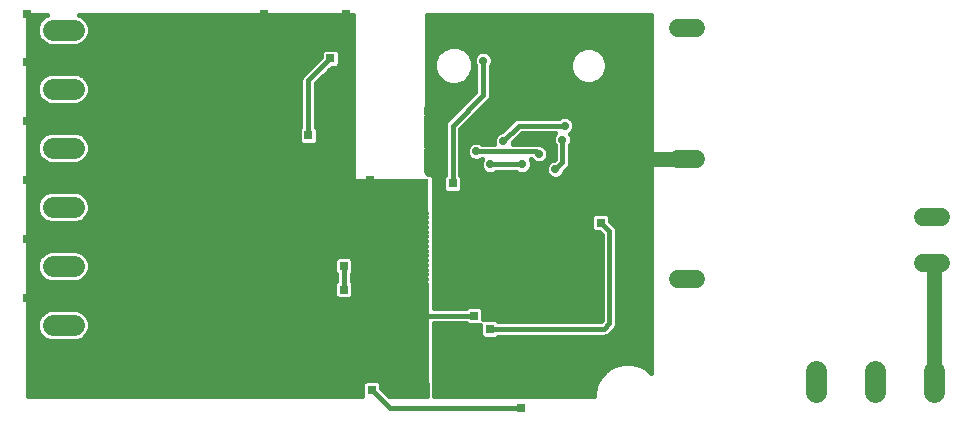
<source format=gbl>
G75*
%MOIN*%
%OFA0B0*%
%FSLAX24Y24*%
%IPPOS*%
%LPD*%
%AMOC8*
5,1,8,0,0,1.08239X$1,22.5*
%
%ADD10C,0.0594*%
%ADD11C,0.0705*%
%ADD12C,0.0160*%
%ADD13C,0.0280*%
%ADD14R,0.0280X0.0280*%
%ADD15C,0.0500*%
%ADD16R,0.0278X0.0278*%
D10*
X023264Y006167D02*
X023858Y006167D01*
X031438Y006675D02*
X032031Y006675D01*
X032031Y008210D02*
X031438Y008210D01*
X023858Y010167D02*
X023264Y010167D01*
X023264Y014510D02*
X023858Y014510D01*
D11*
X003123Y014458D02*
X002418Y014458D01*
X002418Y012490D02*
X003123Y012490D01*
X003123Y010521D02*
X002418Y010521D01*
X002418Y008553D02*
X003123Y008553D01*
X003123Y006584D02*
X002418Y006584D01*
X002418Y004616D02*
X003123Y004616D01*
X027876Y003083D02*
X027876Y002378D01*
X029845Y002378D02*
X029845Y003083D01*
X031813Y003083D02*
X031813Y002378D01*
D12*
X001585Y002254D02*
X001585Y014963D01*
X002243Y014963D01*
X002116Y014910D01*
X001966Y014760D01*
X001885Y014564D01*
X001885Y014352D01*
X001966Y014157D01*
X002116Y014007D01*
X002312Y013926D01*
X003228Y013926D01*
X003424Y014007D01*
X003574Y014157D01*
X003655Y014352D01*
X003655Y014564D01*
X003574Y014760D01*
X003424Y014910D01*
X003297Y014963D01*
X012443Y014963D01*
X012443Y009419D01*
X014845Y009419D01*
X014845Y008828D01*
X014879Y003095D01*
X014879Y002945D01*
X014880Y002944D01*
X014884Y002254D01*
X013642Y002254D01*
X013380Y002515D01*
X013380Y002680D01*
X013275Y002785D01*
X012848Y002785D01*
X012742Y002680D01*
X012742Y002254D01*
X001585Y002254D01*
X001585Y002341D02*
X012742Y002341D01*
X012742Y002499D02*
X001585Y002499D01*
X001585Y002658D02*
X012742Y002658D01*
X013061Y002466D02*
X013668Y001860D01*
X018034Y001860D01*
X020467Y002254D02*
X015144Y002254D01*
X015144Y002254D01*
X015144Y002305D01*
X015144Y002306D01*
X015130Y004671D01*
X016184Y004671D01*
X016244Y004611D01*
X016674Y004611D01*
X016678Y004616D01*
X016678Y004273D01*
X016784Y004168D01*
X017213Y004168D01*
X017273Y004228D01*
X020845Y004228D01*
X020941Y004268D01*
X021198Y004525D01*
X021237Y004620D01*
X021237Y007794D01*
X021198Y007890D01*
X021010Y008078D01*
X021010Y008245D01*
X020904Y008350D01*
X020475Y008350D01*
X020370Y008245D01*
X020370Y007815D01*
X020475Y007710D01*
X020642Y007710D01*
X020717Y007635D01*
X020717Y004780D01*
X020686Y004748D01*
X017273Y004748D01*
X017213Y004808D01*
X016784Y004808D01*
X016779Y004803D01*
X016779Y005145D01*
X016674Y005251D01*
X016244Y005251D01*
X016184Y005191D01*
X015127Y005191D01*
X015125Y005384D01*
X015125Y009555D01*
X015020Y009660D01*
X014942Y009660D01*
X014897Y009679D01*
X014884Y009679D01*
X014884Y014963D01*
X022364Y014963D01*
X022364Y003036D01*
X022259Y003142D01*
X022005Y003288D01*
X021723Y003364D01*
X021431Y003364D01*
X021149Y003288D01*
X020896Y003142D01*
X020689Y002935D01*
X020543Y002682D01*
X020467Y002400D01*
X020467Y002254D01*
X020467Y002341D02*
X015144Y002341D01*
X015143Y002499D02*
X020494Y002499D01*
X020536Y002658D02*
X015142Y002658D01*
X015141Y002816D02*
X020620Y002816D01*
X020728Y002975D02*
X015140Y002975D01*
X015139Y003133D02*
X020887Y003133D01*
X021162Y003292D02*
X015138Y003292D01*
X015137Y003450D02*
X022364Y003450D01*
X022364Y003292D02*
X021992Y003292D01*
X022267Y003133D02*
X022364Y003133D01*
X022364Y003609D02*
X015136Y003609D01*
X015135Y003767D02*
X022364Y003767D01*
X022364Y003926D02*
X015134Y003926D01*
X015133Y004084D02*
X022364Y004084D01*
X022364Y004243D02*
X020880Y004243D01*
X021074Y004401D02*
X022364Y004401D01*
X022364Y004560D02*
X021212Y004560D01*
X021237Y004718D02*
X022364Y004718D01*
X022364Y004877D02*
X021237Y004877D01*
X021237Y005035D02*
X022364Y005035D01*
X022364Y005194D02*
X021237Y005194D01*
X021237Y005352D02*
X022364Y005352D01*
X022364Y005511D02*
X021237Y005511D01*
X021237Y005669D02*
X022364Y005669D01*
X022364Y005828D02*
X021237Y005828D01*
X021237Y005986D02*
X022364Y005986D01*
X022364Y006145D02*
X021237Y006145D01*
X021237Y006303D02*
X022364Y006303D01*
X022364Y006462D02*
X021237Y006462D01*
X021237Y006620D02*
X022364Y006620D01*
X022364Y006779D02*
X021237Y006779D01*
X021237Y006937D02*
X022364Y006937D01*
X022364Y007096D02*
X021237Y007096D01*
X021237Y007254D02*
X022364Y007254D01*
X022364Y007413D02*
X021237Y007413D01*
X021237Y007571D02*
X022364Y007571D01*
X022364Y007730D02*
X021237Y007730D01*
X021199Y007888D02*
X022364Y007888D01*
X022364Y008047D02*
X021041Y008047D01*
X021010Y008205D02*
X022364Y008205D01*
X022364Y008364D02*
X015125Y008364D01*
X015125Y008522D02*
X022364Y008522D01*
X022364Y008681D02*
X015125Y008681D01*
X015125Y008839D02*
X022364Y008839D01*
X022364Y008998D02*
X015125Y008998D01*
X015125Y009156D02*
X015430Y009156D01*
X015430Y009126D02*
X015536Y009020D01*
X015965Y009020D01*
X016070Y009126D01*
X016070Y009555D01*
X016010Y009615D01*
X016010Y011162D01*
X016994Y012146D01*
X017034Y012241D01*
X017034Y013242D01*
X017045Y013253D01*
X017094Y013371D01*
X017094Y013498D01*
X017045Y013616D01*
X016955Y013706D01*
X016838Y013755D01*
X016710Y013755D01*
X016593Y013706D01*
X016503Y013616D01*
X016454Y013498D01*
X016454Y013371D01*
X016503Y013253D01*
X016514Y013242D01*
X016514Y012401D01*
X015603Y011490D01*
X015530Y011417D01*
X015490Y011321D01*
X015490Y009615D01*
X015430Y009555D01*
X015430Y009126D01*
X015430Y009315D02*
X015125Y009315D01*
X015125Y009473D02*
X015430Y009473D01*
X015490Y009632D02*
X015049Y009632D01*
X014884Y009790D02*
X015490Y009790D01*
X015490Y009949D02*
X014884Y009949D01*
X014884Y010107D02*
X015490Y010107D01*
X015490Y010266D02*
X014884Y010266D01*
X014884Y010424D02*
X015490Y010424D01*
X015490Y010583D02*
X014884Y010583D01*
X014884Y010741D02*
X015490Y010741D01*
X015490Y010900D02*
X014884Y010900D01*
X014884Y011058D02*
X015490Y011058D01*
X015490Y011217D02*
X014884Y011217D01*
X014884Y011375D02*
X015513Y011375D01*
X015647Y011534D02*
X014884Y011534D01*
X014884Y011692D02*
X015805Y011692D01*
X015964Y011851D02*
X014884Y011851D01*
X014884Y012009D02*
X016122Y012009D01*
X016281Y012168D02*
X014884Y012168D01*
X014884Y012326D02*
X016439Y012326D01*
X016514Y012485D02*
X014884Y012485D01*
X014884Y012643D02*
X015604Y012643D01*
X015659Y012620D02*
X015417Y012720D01*
X015233Y012905D01*
X015133Y013147D01*
X015133Y013408D01*
X015233Y013649D01*
X015417Y013834D01*
X015659Y013934D01*
X015920Y013934D01*
X016162Y013834D01*
X016347Y013649D01*
X016447Y013408D01*
X016447Y013147D01*
X016347Y012905D01*
X016162Y012720D01*
X015920Y012620D01*
X015659Y012620D01*
X015976Y012643D02*
X016514Y012643D01*
X016514Y012802D02*
X016243Y012802D01*
X016370Y012960D02*
X016514Y012960D01*
X016514Y013119D02*
X016435Y013119D01*
X016447Y013277D02*
X016493Y013277D01*
X016454Y013436D02*
X016435Y013436D01*
X016494Y013594D02*
X016370Y013594D01*
X016244Y013753D02*
X016705Y013753D01*
X016843Y013753D02*
X019879Y013753D01*
X019928Y013801D02*
X019754Y013627D01*
X019660Y013400D01*
X019660Y013154D01*
X019754Y012927D01*
X019928Y012754D01*
X020155Y012659D01*
X020401Y012659D01*
X020628Y012754D01*
X020802Y012927D01*
X020896Y013154D01*
X020896Y013400D01*
X020802Y013627D01*
X020628Y013801D01*
X020401Y013895D01*
X020155Y013895D01*
X019928Y013801D01*
X019740Y013594D02*
X017054Y013594D01*
X017094Y013436D02*
X019675Y013436D01*
X019660Y013277D02*
X017055Y013277D01*
X017034Y013119D02*
X019675Y013119D01*
X019741Y012960D02*
X017034Y012960D01*
X017034Y012802D02*
X019880Y012802D01*
X020676Y012802D02*
X022364Y012802D01*
X022364Y012960D02*
X020815Y012960D01*
X020881Y013119D02*
X022364Y013119D01*
X022364Y013277D02*
X020896Y013277D01*
X020881Y013436D02*
X022364Y013436D01*
X022364Y013594D02*
X020815Y013594D01*
X020676Y013753D02*
X022364Y013753D01*
X022364Y013911D02*
X015977Y013911D01*
X015603Y013911D02*
X014884Y013911D01*
X014884Y013753D02*
X015336Y013753D01*
X015210Y013594D02*
X014884Y013594D01*
X014884Y013436D02*
X015144Y013436D01*
X015133Y013277D02*
X014884Y013277D01*
X014884Y013119D02*
X015144Y013119D01*
X015210Y012960D02*
X014884Y012960D01*
X014884Y012802D02*
X015336Y012802D01*
X016774Y012293D02*
X016774Y013435D01*
X017034Y012643D02*
X022364Y012643D01*
X022364Y012485D02*
X017034Y012485D01*
X017034Y012326D02*
X022364Y012326D01*
X022364Y012168D02*
X017003Y012168D01*
X016858Y012009D02*
X022364Y012009D01*
X022364Y011851D02*
X016699Y011851D01*
X016541Y011692D02*
X022364Y011692D01*
X022364Y011534D02*
X019679Y011534D01*
X019672Y011541D02*
X019554Y011589D01*
X019427Y011589D01*
X019309Y011541D01*
X019298Y011529D01*
X017903Y011529D01*
X017808Y011490D01*
X017396Y011078D01*
X017380Y011078D01*
X017262Y011029D01*
X017172Y010939D01*
X017123Y010821D01*
X017123Y010694D01*
X017136Y010663D01*
X016730Y010663D01*
X016719Y010675D01*
X016601Y010723D01*
X016474Y010723D01*
X016356Y010675D01*
X016266Y010584D01*
X016218Y010467D01*
X016218Y010340D01*
X016266Y010222D01*
X016356Y010132D01*
X016474Y010083D01*
X016601Y010083D01*
X016719Y010132D01*
X016730Y010143D01*
X016735Y010143D01*
X016690Y010034D01*
X016690Y009907D01*
X016739Y009789D01*
X016829Y009699D01*
X016947Y009650D01*
X017074Y009650D01*
X017191Y009699D01*
X017203Y009710D01*
X017881Y009710D01*
X017892Y009699D01*
X018009Y009650D01*
X018137Y009650D01*
X018254Y009699D01*
X018344Y009789D01*
X018393Y009907D01*
X018393Y010034D01*
X018348Y010143D01*
X018353Y010143D01*
X018443Y010053D01*
X018561Y010004D01*
X018688Y010004D01*
X018806Y010053D01*
X018896Y010143D01*
X018944Y010261D01*
X018944Y010388D01*
X018896Y010506D01*
X018806Y010596D01*
X018688Y010644D01*
X018643Y010644D01*
X018597Y010663D01*
X017751Y010663D01*
X017763Y010694D01*
X017763Y010710D01*
X018063Y011009D01*
X019172Y011009D01*
X019140Y010978D01*
X019092Y010861D01*
X019092Y010733D01*
X019140Y010616D01*
X019152Y010604D01*
X019152Y010157D01*
X019128Y010133D01*
X019112Y010133D01*
X018994Y010084D01*
X018904Y009994D01*
X018856Y009876D01*
X018856Y009749D01*
X018904Y009631D01*
X018994Y009541D01*
X019112Y009493D01*
X019239Y009493D01*
X019357Y009541D01*
X019447Y009631D01*
X019496Y009749D01*
X019496Y009765D01*
X019632Y009902D01*
X019672Y009997D01*
X019672Y010604D01*
X019683Y010616D01*
X019732Y010733D01*
X019732Y010861D01*
X019683Y010978D01*
X019666Y010996D01*
X019672Y010998D01*
X019762Y011088D01*
X019810Y011206D01*
X019810Y011333D01*
X019762Y011451D01*
X019672Y011541D01*
X019793Y011375D02*
X022364Y011375D01*
X022364Y011217D02*
X019810Y011217D01*
X019732Y011058D02*
X022364Y011058D01*
X022364Y010900D02*
X019716Y010900D01*
X019732Y010741D02*
X022364Y010741D01*
X022364Y010583D02*
X019672Y010583D01*
X019672Y010424D02*
X022364Y010424D01*
X022364Y010266D02*
X019672Y010266D01*
X019672Y010107D02*
X022364Y010107D01*
X022364Y009949D02*
X019652Y009949D01*
X019521Y009790D02*
X022364Y009790D01*
X022364Y009632D02*
X019447Y009632D01*
X019176Y009813D02*
X019412Y010049D01*
X019412Y010797D01*
X019108Y010900D02*
X017953Y010900D01*
X017794Y010741D02*
X019092Y010741D01*
X019152Y010583D02*
X018819Y010583D01*
X018929Y010424D02*
X019152Y010424D01*
X019152Y010266D02*
X018944Y010266D01*
X018859Y010107D02*
X019050Y010107D01*
X018885Y009949D02*
X018393Y009949D01*
X018389Y010107D02*
X018363Y010107D01*
X018353Y010143D02*
X018353Y010143D01*
X018546Y010403D02*
X018624Y010324D01*
X018546Y010403D02*
X016538Y010403D01*
X016248Y010266D02*
X016010Y010266D01*
X016010Y010424D02*
X016218Y010424D01*
X016266Y010583D02*
X016010Y010583D01*
X016010Y010741D02*
X017123Y010741D01*
X017156Y010900D02*
X016010Y010900D01*
X016010Y011058D02*
X017332Y011058D01*
X017535Y011217D02*
X016065Y011217D01*
X016224Y011375D02*
X017693Y011375D01*
X017955Y011269D02*
X019490Y011269D01*
X019302Y011534D02*
X016382Y011534D01*
X015750Y011269D02*
X015750Y009340D01*
X016070Y009315D02*
X022364Y009315D01*
X022364Y009473D02*
X016070Y009473D01*
X016010Y009632D02*
X018904Y009632D01*
X018856Y009790D02*
X018345Y009790D01*
X018073Y009970D02*
X017010Y009970D01*
X016720Y010107D02*
X016659Y010107D01*
X016690Y009949D02*
X016010Y009949D01*
X016010Y010107D02*
X016417Y010107D01*
X016738Y009790D02*
X016010Y009790D01*
X016070Y009156D02*
X022364Y009156D01*
X020370Y008205D02*
X015125Y008205D01*
X015125Y008047D02*
X020370Y008047D01*
X020370Y007888D02*
X015125Y007888D01*
X015125Y007730D02*
X020456Y007730D01*
X020717Y007571D02*
X015125Y007571D01*
X015125Y007413D02*
X020717Y007413D01*
X020717Y007254D02*
X015125Y007254D01*
X015125Y007096D02*
X020717Y007096D01*
X020717Y006937D02*
X015125Y006937D01*
X015125Y006779D02*
X020717Y006779D01*
X020717Y006620D02*
X015125Y006620D01*
X015125Y006462D02*
X020717Y006462D01*
X020717Y006303D02*
X015125Y006303D01*
X015125Y006145D02*
X020717Y006145D01*
X020717Y005986D02*
X015125Y005986D01*
X015125Y005828D02*
X020717Y005828D01*
X020717Y005669D02*
X015125Y005669D01*
X015125Y005511D02*
X020717Y005511D01*
X020717Y005352D02*
X015126Y005352D01*
X015127Y005194D02*
X016187Y005194D01*
X016459Y004931D02*
X014805Y004931D01*
X014868Y004877D02*
X003591Y004877D01*
X003574Y004917D02*
X003424Y005067D01*
X003228Y005148D01*
X002312Y005148D01*
X002116Y005067D01*
X001966Y004917D01*
X001885Y004722D01*
X001885Y004510D01*
X001966Y004314D01*
X002116Y004164D01*
X002312Y004083D01*
X003228Y004083D01*
X003424Y004164D01*
X003574Y004314D01*
X003655Y004510D01*
X003655Y004722D01*
X003574Y004917D01*
X003456Y005035D02*
X014868Y005035D01*
X014867Y005194D02*
X001585Y005194D01*
X001585Y005352D02*
X014866Y005352D01*
X014865Y005511D02*
X012375Y005511D01*
X012342Y005478D02*
X012447Y005583D01*
X012447Y006011D01*
X012388Y006070D01*
X012388Y006312D01*
X012447Y006371D01*
X012447Y006798D01*
X012342Y006903D01*
X011915Y006903D01*
X011809Y006798D01*
X011809Y006371D01*
X011868Y006312D01*
X011868Y006070D01*
X011809Y006011D01*
X011809Y005583D01*
X011915Y005478D01*
X012342Y005478D01*
X012447Y005669D02*
X014864Y005669D01*
X014863Y005828D02*
X012447Y005828D01*
X012447Y005986D02*
X014862Y005986D01*
X014861Y006145D02*
X012388Y006145D01*
X012388Y006303D02*
X014860Y006303D01*
X014859Y006462D02*
X012447Y006462D01*
X012447Y006620D02*
X014858Y006620D01*
X014857Y006779D02*
X012447Y006779D01*
X012128Y006584D02*
X012128Y005797D01*
X011809Y005828D02*
X001585Y005828D01*
X001585Y005986D02*
X011809Y005986D01*
X011868Y006145D02*
X003436Y006145D01*
X003424Y006133D02*
X003574Y006283D01*
X003655Y006478D01*
X003655Y006690D01*
X003574Y006886D01*
X003424Y007036D01*
X003228Y007117D01*
X002312Y007117D01*
X002116Y007036D01*
X001966Y006886D01*
X001885Y006690D01*
X001885Y006478D01*
X001966Y006283D01*
X002116Y006133D01*
X002312Y006052D01*
X003228Y006052D01*
X003424Y006133D01*
X003582Y006303D02*
X011868Y006303D01*
X011809Y006462D02*
X003648Y006462D01*
X003655Y006620D02*
X011809Y006620D01*
X011809Y006779D02*
X003618Y006779D01*
X003523Y006937D02*
X014856Y006937D01*
X014855Y007096D02*
X003280Y007096D01*
X002260Y007096D02*
X001585Y007096D01*
X001585Y007254D02*
X014854Y007254D01*
X014853Y007413D02*
X001585Y007413D01*
X001585Y007571D02*
X014852Y007571D01*
X014851Y007730D02*
X001585Y007730D01*
X001585Y007888D02*
X014850Y007888D01*
X014849Y008047D02*
X003292Y008047D01*
X003228Y008020D02*
X003424Y008101D01*
X003574Y008251D01*
X003655Y008447D01*
X003655Y008659D01*
X003574Y008854D01*
X003424Y009004D01*
X003228Y009085D01*
X002312Y009085D01*
X002116Y009004D01*
X001966Y008854D01*
X001885Y008659D01*
X001885Y008447D01*
X001966Y008251D01*
X002116Y008101D01*
X002312Y008020D01*
X003228Y008020D01*
X003528Y008205D02*
X014849Y008205D01*
X014848Y008364D02*
X003620Y008364D01*
X003655Y008522D02*
X014847Y008522D01*
X014846Y008681D02*
X003646Y008681D01*
X003580Y008839D02*
X014845Y008839D01*
X014845Y008998D02*
X003431Y008998D01*
X002109Y008998D02*
X001585Y008998D01*
X001585Y009156D02*
X014845Y009156D01*
X014845Y009315D02*
X001585Y009315D01*
X001585Y009473D02*
X012443Y009473D01*
X012443Y009632D02*
X001585Y009632D01*
X001585Y009790D02*
X012443Y009790D01*
X012443Y009949D02*
X001585Y009949D01*
X001585Y010107D02*
X002079Y010107D01*
X002116Y010070D02*
X002312Y009989D01*
X003228Y009989D01*
X003424Y010070D01*
X003574Y010220D01*
X003655Y010415D01*
X003655Y010627D01*
X003574Y010823D01*
X003424Y010973D01*
X003228Y011054D01*
X002312Y011054D01*
X002116Y010973D01*
X001966Y010823D01*
X001885Y010627D01*
X001885Y010415D01*
X001966Y010220D01*
X002116Y010070D01*
X001947Y010266D02*
X001585Y010266D01*
X001585Y010424D02*
X001885Y010424D01*
X001885Y010583D02*
X001585Y010583D01*
X001585Y010741D02*
X001932Y010741D01*
X002043Y010900D02*
X001585Y010900D01*
X001585Y011058D02*
X010620Y011058D01*
X010620Y011152D02*
X010620Y010725D01*
X010726Y010620D01*
X011153Y010620D01*
X011258Y010725D01*
X011258Y011152D01*
X011199Y011211D01*
X011199Y012673D01*
X011720Y013194D01*
X011885Y013194D01*
X011991Y013300D01*
X011991Y013727D01*
X011885Y013833D01*
X011458Y013833D01*
X011353Y013727D01*
X011353Y013562D01*
X010719Y012928D01*
X010679Y012833D01*
X010679Y011211D01*
X010620Y011152D01*
X010679Y011217D02*
X001585Y011217D01*
X001585Y011375D02*
X010679Y011375D01*
X010679Y011534D02*
X001585Y011534D01*
X001585Y011692D02*
X010679Y011692D01*
X010679Y011851D02*
X001585Y011851D01*
X001585Y012009D02*
X002187Y012009D01*
X002116Y012038D02*
X002312Y011957D01*
X003228Y011957D01*
X003424Y012038D01*
X003574Y012188D01*
X003655Y012384D01*
X003655Y012596D01*
X003574Y012791D01*
X003424Y012941D01*
X003228Y013022D01*
X002312Y013022D01*
X002116Y012941D01*
X001966Y012791D01*
X001885Y012596D01*
X001885Y012384D01*
X001966Y012188D01*
X002116Y012038D01*
X001987Y012168D02*
X001585Y012168D01*
X001585Y012326D02*
X001909Y012326D01*
X001885Y012485D02*
X001585Y012485D01*
X001585Y012643D02*
X001905Y012643D01*
X001976Y012802D02*
X001585Y012802D01*
X001585Y012960D02*
X002161Y012960D01*
X001585Y013119D02*
X010909Y013119D01*
X011067Y013277D02*
X001585Y013277D01*
X001585Y013436D02*
X011226Y013436D01*
X011353Y013594D02*
X001585Y013594D01*
X001585Y013753D02*
X011378Y013753D01*
X011965Y013753D02*
X012443Y013753D01*
X012443Y013911D02*
X001585Y013911D01*
X001585Y014070D02*
X002053Y014070D01*
X001937Y014228D02*
X001585Y014228D01*
X001585Y014387D02*
X001885Y014387D01*
X001885Y014545D02*
X001585Y014545D01*
X001585Y014704D02*
X001943Y014704D01*
X002068Y014862D02*
X001585Y014862D01*
X003472Y014862D02*
X012443Y014862D01*
X012443Y014704D02*
X003597Y014704D01*
X003655Y014545D02*
X012443Y014545D01*
X012443Y014387D02*
X003655Y014387D01*
X003603Y014228D02*
X012443Y014228D01*
X012443Y014070D02*
X003487Y014070D01*
X003379Y012960D02*
X010750Y012960D01*
X010679Y012802D02*
X003564Y012802D01*
X003635Y012643D02*
X010679Y012643D01*
X010679Y012485D02*
X003655Y012485D01*
X003631Y012326D02*
X010679Y012326D01*
X010679Y012168D02*
X003553Y012168D01*
X003353Y012009D02*
X010679Y012009D01*
X011199Y012009D02*
X012443Y012009D01*
X012443Y011851D02*
X011199Y011851D01*
X011199Y011692D02*
X012443Y011692D01*
X012443Y011534D02*
X011199Y011534D01*
X011199Y011375D02*
X012443Y011375D01*
X012443Y011217D02*
X011199Y011217D01*
X011258Y011058D02*
X012443Y011058D01*
X012443Y010900D02*
X011258Y010900D01*
X011258Y010741D02*
X012443Y010741D01*
X012443Y010583D02*
X003655Y010583D01*
X003655Y010424D02*
X012443Y010424D01*
X012443Y010266D02*
X003593Y010266D01*
X003461Y010107D02*
X012443Y010107D01*
X010939Y010939D02*
X010939Y012781D01*
X011672Y013513D01*
X011991Y013436D02*
X012443Y013436D01*
X012443Y013594D02*
X011991Y013594D01*
X011968Y013277D02*
X012443Y013277D01*
X012443Y013119D02*
X011644Y013119D01*
X011486Y012960D02*
X012443Y012960D01*
X012443Y012802D02*
X011327Y012802D01*
X011199Y012643D02*
X012443Y012643D01*
X012443Y012485D02*
X011199Y012485D01*
X011199Y012326D02*
X012443Y012326D01*
X012443Y012168D02*
X011199Y012168D01*
X010620Y010900D02*
X003497Y010900D01*
X003608Y010741D02*
X010620Y010741D01*
X015750Y011269D02*
X016774Y012293D01*
X017955Y011269D02*
X017443Y010758D01*
X020690Y008030D02*
X020977Y007743D01*
X020977Y004672D01*
X020793Y004488D01*
X016998Y004488D01*
X016678Y004560D02*
X015130Y004560D01*
X015131Y004401D02*
X016678Y004401D01*
X016709Y004243D02*
X015132Y004243D01*
X014872Y004243D02*
X003502Y004243D01*
X003610Y004401D02*
X014871Y004401D01*
X014870Y004560D02*
X003655Y004560D01*
X003655Y004718D02*
X014869Y004718D01*
X014873Y004084D02*
X003230Y004084D01*
X002310Y004084D02*
X001585Y004084D01*
X001585Y003926D02*
X014874Y003926D01*
X014875Y003767D02*
X001585Y003767D01*
X001585Y003609D02*
X014876Y003609D01*
X014877Y003450D02*
X001585Y003450D01*
X001585Y003292D02*
X014878Y003292D01*
X014879Y003133D02*
X001585Y003133D01*
X001585Y002975D02*
X014879Y002975D01*
X014881Y002816D02*
X001585Y002816D01*
X001585Y004243D02*
X002038Y004243D01*
X001930Y004401D02*
X001585Y004401D01*
X001585Y004560D02*
X001885Y004560D01*
X001885Y004718D02*
X001585Y004718D01*
X001585Y004877D02*
X001949Y004877D01*
X002084Y005035D02*
X001585Y005035D01*
X001585Y005511D02*
X011882Y005511D01*
X011809Y005669D02*
X001585Y005669D01*
X001585Y006145D02*
X002104Y006145D01*
X001958Y006303D02*
X001585Y006303D01*
X001585Y006462D02*
X001892Y006462D01*
X001885Y006620D02*
X001585Y006620D01*
X001585Y006779D02*
X001922Y006779D01*
X002017Y006937D02*
X001585Y006937D01*
X001585Y008047D02*
X002248Y008047D01*
X002012Y008205D02*
X001585Y008205D01*
X001585Y008364D02*
X001920Y008364D01*
X001885Y008522D02*
X001585Y008522D01*
X001585Y008681D02*
X001894Y008681D01*
X001960Y008839D02*
X001585Y008839D01*
X013380Y002658D02*
X014882Y002658D01*
X014883Y002499D02*
X013396Y002499D01*
X013555Y002341D02*
X014884Y002341D01*
X016779Y004877D02*
X020717Y004877D01*
X020717Y005035D02*
X016779Y005035D01*
X016731Y005194D02*
X020717Y005194D01*
X022364Y014070D02*
X014884Y014070D01*
X014884Y014228D02*
X022364Y014228D01*
X022364Y014387D02*
X014884Y014387D01*
X014924Y014458D02*
X015750Y014458D01*
X014884Y014545D02*
X022364Y014545D01*
X022364Y014704D02*
X014884Y014704D01*
X014884Y014862D02*
X022364Y014862D01*
D13*
X018546Y013277D03*
X018034Y013277D03*
X017522Y013277D03*
X016774Y013435D03*
X015750Y014458D03*
X019490Y011269D03*
X019412Y010797D03*
X018624Y010324D03*
X018073Y009970D03*
X017010Y009970D03*
X016538Y010403D03*
X017443Y010758D03*
X019176Y009813D03*
D14*
X019963Y010521D03*
X021144Y011309D03*
X021931Y010128D03*
X018152Y010797D03*
X016144Y010915D03*
X014924Y010915D03*
X014924Y010639D03*
X014924Y010364D03*
X014924Y010088D03*
X014924Y009813D03*
X014805Y009340D03*
X014805Y009104D03*
X014805Y008828D03*
X014805Y008592D03*
X014805Y008317D03*
X015199Y008317D03*
X015199Y008041D03*
X014805Y008041D03*
X014805Y007765D03*
X015199Y007765D03*
X015199Y007490D03*
X015199Y007214D03*
X014805Y007214D03*
X014805Y007490D03*
X014805Y006939D03*
X015199Y006939D03*
X015199Y006663D03*
X015199Y006387D03*
X014805Y006387D03*
X014805Y006663D03*
X014805Y006112D03*
X015199Y006112D03*
X015199Y005836D03*
X014805Y005836D03*
X014805Y005561D03*
X014805Y005285D03*
X015199Y005285D03*
X015199Y005561D03*
X014805Y004931D03*
X014805Y004537D03*
X015199Y004537D03*
X015199Y004261D03*
X015199Y003986D03*
X014805Y003986D03*
X014805Y004261D03*
X014805Y003710D03*
X015199Y003710D03*
X015199Y003435D03*
X014805Y003435D03*
X014805Y003159D03*
X015199Y003159D03*
X016998Y004488D03*
X016459Y004931D03*
X018827Y006013D03*
X019687Y005373D03*
X019963Y006978D03*
X021931Y007765D03*
X020690Y008030D03*
X016144Y009931D03*
X015750Y009340D03*
X012994Y009458D03*
X012994Y008671D03*
X014924Y011191D03*
X014924Y011466D03*
X014924Y011742D03*
X011420Y011821D03*
X015110Y014033D03*
X012207Y014970D03*
X009451Y014970D03*
X001577Y014970D03*
X001577Y013395D03*
X001577Y011427D03*
X001577Y009458D03*
X001577Y007490D03*
X001577Y005521D03*
D15*
X021971Y010128D02*
X022010Y010167D01*
X023561Y010167D01*
X031735Y006675D02*
X031813Y006596D01*
X031813Y002730D01*
D16*
X018034Y001860D03*
X013061Y002466D03*
X012128Y005797D03*
X012128Y006584D03*
X010939Y010939D03*
X011672Y013513D03*
M02*

</source>
